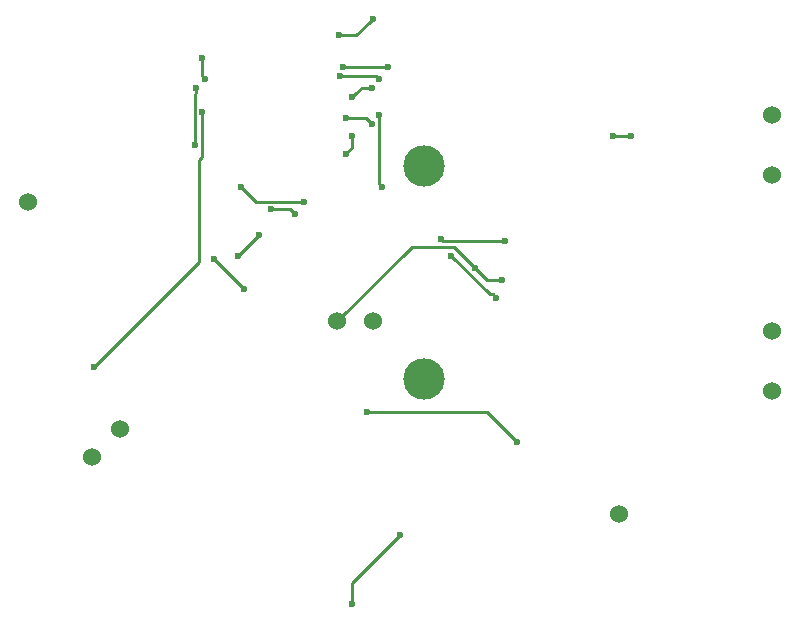
<source format=gbr>
G04 #@! TF.FileFunction,Copper,L2,Bot,Signal*
%FSLAX46Y46*%
G04 Gerber Fmt 4.6, Leading zero omitted, Abs format (unit mm)*
G04 Created by KiCad (PCBNEW 4.0.7) date 07/04/18 14:48:19*
%MOMM*%
%LPD*%
G01*
G04 APERTURE LIST*
%ADD10C,0.100000*%
%ADD11C,1.524000*%
%ADD12C,3.500000*%
%ADD13C,0.600000*%
%ADD14C,0.250000*%
G04 APERTURE END LIST*
D10*
D11*
X125635501Y-113232377D03*
X123300634Y-115567244D03*
X167894000Y-120396000D03*
X117856000Y-93980000D03*
X180848000Y-104902000D03*
X180848000Y-109982000D03*
X180848000Y-91694000D03*
X180848000Y-86614000D03*
D12*
X151384000Y-90966000D03*
X151384000Y-108966000D03*
D11*
X144042000Y-104108000D03*
X147042000Y-104108000D03*
D13*
X155702000Y-99568000D03*
X157988000Y-100584000D03*
X148336000Y-82550000D03*
X144526000Y-82550000D03*
X132842000Y-83566000D03*
X132588000Y-81788000D03*
X146948990Y-87376000D03*
X123444000Y-107950000D03*
X132588000Y-86360000D03*
X144780000Y-86868000D03*
X159258000Y-114300000D03*
X146558000Y-111760000D03*
X138430000Y-94605010D03*
X140462000Y-94996000D03*
X149352000Y-122174000D03*
X145288000Y-128016000D03*
X147828000Y-92710000D03*
X157480000Y-102108000D03*
X153670000Y-98552000D03*
X147574000Y-86614000D03*
X147574000Y-83566000D03*
X144272000Y-83312000D03*
X145318800Y-85101485D03*
X146948990Y-84328000D03*
X145304610Y-88406292D03*
X144780000Y-89916000D03*
X144154990Y-79911401D03*
X147067032Y-78486000D03*
X167386000Y-88392000D03*
X168910000Y-88392000D03*
X131962990Y-89154000D03*
X132080000Y-84328000D03*
X133604000Y-98806000D03*
X136144000Y-101346000D03*
X152828651Y-97164990D03*
X158242000Y-97282000D03*
X141224000Y-93980000D03*
X135890000Y-92710000D03*
X137414000Y-96774000D03*
X135636000Y-98552000D03*
D14*
X153924000Y-97790000D02*
X155702000Y-99568000D01*
X150360000Y-97790000D02*
X153924000Y-97790000D01*
X144042000Y-104108000D02*
X150360000Y-97790000D01*
X157988000Y-100584000D02*
X156718000Y-100584000D01*
X156718000Y-100584000D02*
X155702000Y-99568000D01*
X144526000Y-82550000D02*
X148336000Y-82550000D01*
X132588000Y-81788000D02*
X132588000Y-83312000D01*
X132588000Y-83312000D02*
X132842000Y-83566000D01*
X146648991Y-87076001D02*
X146948990Y-87376000D01*
X146440990Y-86868000D02*
X146648991Y-87076001D01*
X144780000Y-86868000D02*
X146440990Y-86868000D01*
X132334000Y-99060000D02*
X123444000Y-107950000D01*
X132334000Y-90424000D02*
X132334000Y-99060000D01*
X132588000Y-86360000D02*
X132588000Y-90170000D01*
X132588000Y-90170000D02*
X132334000Y-90424000D01*
X146558000Y-111760000D02*
X156718000Y-111760000D01*
X156718000Y-111760000D02*
X159258000Y-114300000D01*
X138854264Y-94605010D02*
X138430000Y-94605010D01*
X140071010Y-94605010D02*
X138854264Y-94605010D01*
X140462000Y-94996000D02*
X140071010Y-94605010D01*
X145288000Y-128016000D02*
X145288000Y-126238000D01*
X145288000Y-126238000D02*
X149352000Y-122174000D01*
X156926001Y-101808001D02*
X153670000Y-98552000D01*
X157180001Y-101808001D02*
X156926001Y-101808001D01*
X157480000Y-102108000D02*
X157180001Y-101808001D01*
X147574000Y-87884000D02*
X147574000Y-92456000D01*
X147574000Y-92456000D02*
X147828000Y-92710000D01*
X147574000Y-86614000D02*
X147574000Y-87884000D01*
X144272000Y-83312000D02*
X147320000Y-83312000D01*
X147320000Y-83312000D02*
X147574000Y-83566000D01*
X145618799Y-84801486D02*
X145318800Y-85101485D01*
X146948990Y-84328000D02*
X146092285Y-84328000D01*
X146092285Y-84328000D02*
X145618799Y-84801486D01*
X144780000Y-89916000D02*
X145304610Y-89391390D01*
X145304610Y-88830556D02*
X145304610Y-88406292D01*
X145304610Y-89391390D02*
X145304610Y-88830556D01*
X146767033Y-78785999D02*
X147067032Y-78486000D01*
X145641631Y-79911401D02*
X146767033Y-78785999D01*
X144154990Y-79911401D02*
X145641631Y-79911401D01*
X168910000Y-88392000D02*
X167386000Y-88392000D01*
X132080000Y-84328000D02*
X132080000Y-84752264D01*
X132080000Y-84752264D02*
X131962990Y-84869274D01*
X131962990Y-84869274D02*
X131962990Y-88729736D01*
X131962990Y-88729736D02*
X131962990Y-89154000D01*
X136144000Y-101346000D02*
X133604000Y-98806000D01*
X152945661Y-97282000D02*
X152828651Y-97164990D01*
X158242000Y-97282000D02*
X152945661Y-97282000D01*
X135890000Y-92710000D02*
X137160000Y-93980000D01*
X137160000Y-93980000D02*
X141224000Y-93980000D01*
X135636000Y-98552000D02*
X137414000Y-96774000D01*
M02*

</source>
